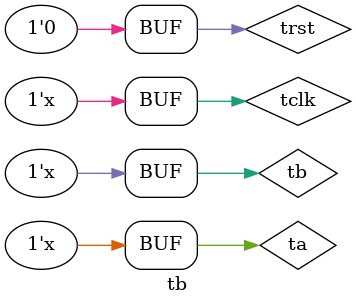
<source format=v>
`timescale 1ns / 1ps

//Serial Adder Module
module seadd(a,b,clk,rst, res);
    input a,b,clk,rst;
    output [03:0] res;
	 reg [03:0] res;
	 reg sum,carry;
	 integer count;
	 initial count=4;
	 always@(negedge clk)
	 begin
		if(rst)
		begin
			carry=0;count=0;res=0;
		end
		else
		begin
			if(count<4)
			begin
				count=count+1;
				sum=a^b^carry;
				carry=(a&b)|(b&carry)|(carry&a);
			   res={sum,res[3:1]};
			end
		end
	 end
endmodule

//Test bench Module
module tb();
reg ta,tb,tclk,trst;
wire [3:0]tres;
seadd ad(.a(ta),.b(tb),.res(tres),.clk(tclk),.rst(trst));
initial
begin
	$monitor(ta,tb,trst,tclk,tres);
	tclk=1;
	ta=0;tb=1;
	#2 trst=1;
	#5 trst=0;
end
always #5 tclk=~tclk;
always #5 ta=~ta;
always #5 tb=~tb;
endmodule

</source>
